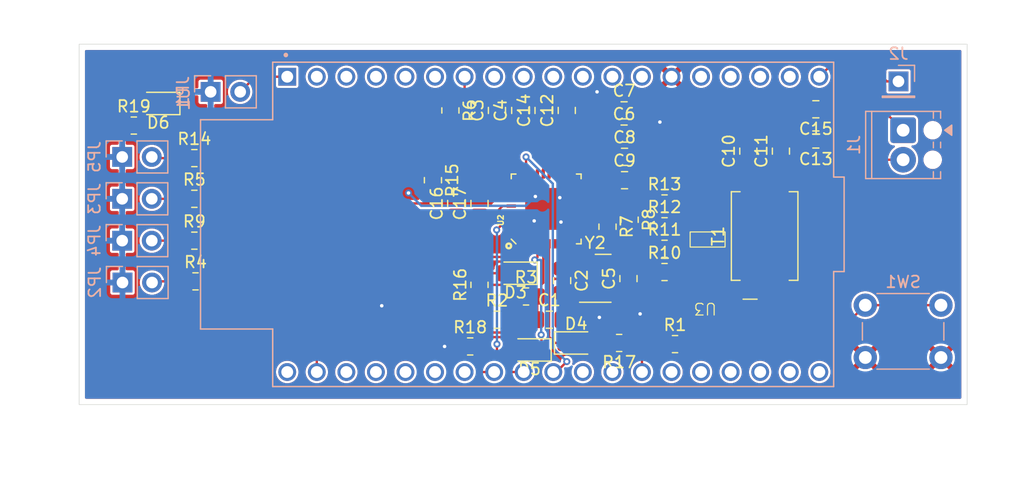
<source format=kicad_pcb>
(kicad_pcb (version 20241229) (generator "pcbnew") (generator_version "9.0")
  (layers (0 "F.Cu" signal) (2 "B.Cu" signal) (13 "F.Paste" user) (15 "B.Paste" user) (5 "F.SilkS" user "F.Silkscreen") (7 "B.SilkS" user "B.Silkscreen") (1 "F.Mask" user) (3 "B.Mask" user) (25 "Edge.Cuts" user))
  (net 0 "")
  (net 1 "GND")
  (net 2 "Net-(U2-~{RESET})")
  (net 3 "Net-(U2-XTAL_I{slash}CLK_IN)")
  (net 4 "Net-(U2-DLDO_1P1)")
  (net 5 "Net-(U2-XTAL_O)")
  (net 6 "Net-(U2-CEXT_2)")
  (net 7 "Net-(U2-CEXT_3)")
  (net 8 "AVDD_H")
  (net 9 "Net-(C10-Pad1)")
  (net 10 "Net-(C11-Pad1)")
  (net 11 "Net-(U3-I{slash}O_2)")
  (net 12 "Net-(D3-A)")
  (net 13 "Net-(D4-A)")
  (net 14 "Net-(D5-A)")
  (net 15 "Net-(D6-A)")
  (net 16 "Net-(JP1-B)")
  (net 17 "SPI_CFG1")
  (net 18 "TX2P4_EN")
  (net 19 "SWPD_EN")
  (net 20 "MS_SEL")
  (net 21 "LED_0")
  (net 22 "LED_1")
  (net 23 "LINK_ST")
  (net 24 "Net-(SW1-A)")
  (net 25 "RESET")
  (net 26 "Net-(U2-TEST1)")
  (net 27 "Net-(U2-TXN)")
  (net 28 "Net-(U2-RXP)")
  (net 29 "Net-(U2-TXP)")
  (net 30 "Net-(U2-RXN)")
  (net 31 "CS")
  (net 44 "MOSI")
  (net 46 "SCLK")
  (net 49 "Net-(J2-Pin_1)")
  (net 56 "MISO")
  (net 64 "INT")
  (net 78 "Net-(U3-I{slash}O_1)")
  (net 79 "Net-(J1-Pin_1)")
  (net 80 "Net-(J1-Pin_2)")
  (net 81 "Net-(JP2-B)")
  (net 82 "Net-(JP3-B)")
  (net 83 "Net-(JP4-B)")
  (net 84 "Net-(JP5-B)")
  (footprint "Resistor_SMD:R_0805_2012Metric_Pad1.20x1.40mm_HandSolder" (layer "F.Cu") (at 144.2 73.3)
    (property "Reference" "R18")
    (property "Value" "1k")
  )
  (footprint "LED_SMD:LED_0805_2012Metric_Pad1.15x1.40mm_HandSolder" (layer "F.Cu") (at 153.3 73)
    (property "Reference" "D4")
    (property "Value" "green")
  )
  (footprint "Resistor_SMD:R_0805_2012Metric_Pad1.20x1.40mm_HandSolder" (layer "F.Cu") (at 160.9 62.96)
    (property "Reference" "R12")
    (property "Value" "5.1k")
  )
  (footprint "Capacitor_SMD:C_0805_2012Metric_Pad1.18x1.45mm_HandSolder" (layer "F.Cu") (at 170.9 56.5 90)
    (property "Reference" "C11")
    (property "Value" "0.22µF, 60V")
  )
  (footprint "Resistor_SMD:R_0805_2012Metric_Pad1.20x1.40mm_HandSolder" (layer "F.Cu") (at 160.9 66.9)
    (property "Reference" "R10")
    (property "Value" "49,9")
  )
  (footprint "Resistor_SMD:R_0805_2012Metric_Pad1.20x1.40mm_HandSolder" (layer "F.Cu") (at 120.5 64.2)
    (property "Reference" "R9")
    (property "Value" "4.7k")
  )
  (footprint "Crystal_SMD_Wurth:Y_Wurth_WE-XTAL_Quartz-CFPX-180" (layer "F.Cu") (at 154.95 67.4375)
    (property "Reference" "Y2")
    (property "Value" "CFPX-180_830105863709" (hide yes))
  )
  (footprint "Capacitor_SMD:C_0805_2012Metric_Pad1.18x1.45mm_HandSolder" (layer "F.Cu") (at 157.425 54.99)
    (property "Reference" "C6")
    (property "Value" "0.1µF")
  )
  (footprint "Capacitor_SMD:C_0805_2012Metric_Pad1.18x1.45mm_HandSolder" (layer "F.Cu") (at 143 61 90)
    (property "Reference" "C16")
    (property "Value" "0.1µF")
  )
  (footprint "Capacitor_SMD:C_0805_2012Metric_Pad1.18x1.45mm_HandSolder" (layer "F.Cu") (at 152.1 67.6375 -90)
    (property "Reference" "C2")
    (property "Value" "15pF")
  )
  (footprint "Capacitor_SMD:C_0805_2012Metric_Pad1.18x1.45mm_HandSolder" (layer "F.Cu") (at 157.4625 56.99)
    (property "Reference" "C8")
    (property "Value" "0.1µF")
  )
  (footprint "Transformer_SMD_Wurth:T_Wurth_WE-SPE_749070010" (layer "F.Cu") (at 169.5 63.8 90)
    (property "Reference" "T1")
    (property "Value" "749070010" (hide yes))
  )
  (footprint "Capacitor_SMD:C_0805_2012Metric_Pad1.18x1.45mm_HandSolder" (layer "F.Cu") (at 173.9 52.9 180)
    (property "Reference" "C15")
    (property "Value" "70pF")
  )
  (footprint "LED_SMD:LED_0805_2012Metric_Pad1.15x1.40mm_HandSolder" (layer "F.Cu") (at 117.4 52.4 180)
    (property "Reference" "D6")
    (property "Value" "green")
  )
  (footprint "Resistor_SMD:R_0805_2012Metric_Pad1.20x1.40mm_HandSolder" (layer "F.Cu") (at 149 69)
    (property "Reference" "R3")
    (property "Value" "10k")
  )
  (footprint "Resistor_SMD:R_0805_2012Metric_Pad1.20x1.40mm_HandSolder" (layer "F.Cu") (at 141 59 -90)
    (property "Reference" "R15")
    (property "Value" "100k")
  )
  (footprint "Capacitor_SMD:C_0805_2012Metric_Pad1.18x1.45mm_HandSolder" (layer "F.Cu") (at 173.9 55.5 180)
    (property "Reference" "C13")
    (property "Value" "70pF")
  )
  (footprint "Resistor_SMD:R_0805_2012Metric_Pad1.20x1.40mm_HandSolder" (layer "F.Cu") (at 120.5 60.6)
    (property "Reference" "R5")
    (property "Value" "4.7k")
  )
  (footprint "Capacitor_SMD:C_0805_2012Metric_Pad1.18x1.45mm_HandSolder" (layer "F.Cu") (at 157.8 67.4625 90)
    (property "Reference" "C5")
    (property "Value" "15pF")
  )
  (footprint "Capacitor_SMD:C_0805_2012Metric_Pad1.18x1.45mm_HandSolder" (layer "F.Cu") (at 150.505 53 90)
    (property "Reference" "C14")
    (property "Value" "10nF")
  )
  (footprint "Capacitor_SMD:C_0805_2012Metric_Pad1.18x1.45mm_HandSolder" (layer "F.Cu") (at 157.425 52.99)
    (property "Reference" "C7")
    (property "Value" "1µF")
  )
  (footprint "Capacitor_SMD:C_0805_2012Metric_Pad1.18x1.45mm_HandSolder" (layer "F.Cu") (at 148.5 53 90)
    (property "Reference" "C4")
    (property "Value" "0.1µF")
  )
  (footprint "Resistor_SMD:R_0805_2012Metric_Pad1.20x1.40mm_HandSolder" (layer "F.Cu") (at 146.5 71)
    (property "Reference" "R2")
    (property "Value" "100k")
  )
  (footprint "Capacitor_SMD:C_0805_2012Metric_Pad1.18x1.45mm_HandSolder" (layer "F.Cu") (at 157.4625 59)
    (property "Reference" "C9")
    (property "Value" "10nF")
  )
  (footprint "Resistor_SMD:R_0805_2012Metric_Pad1.20x1.40mm_HandSolder" (layer "F.Cu") (at 157 73 180)
    (property "Reference" "R17")
    (property "Value" "1k")
  )
  (footprint "Resistor_SMD:R_0805_2012Metric_Pad1.20x1.40mm_HandSolder" (layer "F.Cu") (at 115.3 54.3)
    (property "Reference" "R19")
    (property "Value" "1k")
  )
  (footprint "Resistor_SMD:R_0805_2012Metric_Pad1.20x1.40mm_HandSolder" (layer "F.Cu") (at 120.6 67.7)
    (property "Reference" "R4")
    (property "Value" "4.7k")
  )
  (footprint "Resistor_SMD:R_0805_2012Metric_Pad1.20x1.40mm_HandSolder" (layer "F.Cu") (at 120.5 57.1)
    (property "Reference" "R14")
    (property "Value" "4.7k")
  )
  (footprint "Capacitor_SMD:C_0805_2012Metric_Pad1.18x1.45mm_HandSolder" (layer "F.Cu") (at 145 61 90)
    (property "Reference" "C17")
    (property "Value" "10nF")
  )
  (footprint "LED_SMD:LED_0805_2012Metric_Pad1.15x1.40mm_HandSolder" (layer "F.Cu") (at 148.1 67 180)
    (property "Reference" "D3")
    (property "Value" "green")
  )
  (footprint "TVS_Diode:TVS_Diode_8240136" (layer "F.Cu") (at 164.6 64.1 180)
    (property "Reference" "U3")
    (property "Value" "TVS_Diode_8240136")
  )
  (footprint "Resistor_SMD:R_0805_2012Metric_Pad1.20x1.40mm_HandSolder" (layer "F.Cu") (at 160.9 61)
    (property "Reference" "R13")
    (property "Value" "49,9")
  )
  (footprint "Resistor_SMD:R_0805_2012Metric_Pad1.20x1.40mm_HandSolder" (layer "F.Cu") (at 156 63 -90)
    (property "Reference" "R7")
    (property "Value" "10.2k")
  )
  (footprint "Capacitor_SMD:C_0805_2012Metric_Pad1.18x1.45mm_HandSolder" (layer "F.Cu") (at 168.1 56.5 90)
    (property "Reference" "C10")
    (property "Value" "0.22µF, 60V")
  )
  (footprint "Capacitor_SMD:C_0805_2012Metric_Pad1.18x1.45mm_HandSolder" (layer "F.Cu") (at 152.5 53 90)
    (property "Reference" "C12")
    (property "Value" "0.1µF")
  )
  (footprint "Capacitor_SMD:C_0805_2012Metric_Pad1.18x1.45mm_HandSolder" (layer "F.Cu") (at 146.5 53 90)
    (property "Reference" "C3")
    (property "Value" "0.68µF")
  )
  (footprint "Resistor_SMD:R_0805_2012Metric_Pad1.20x1.40mm_HandSolder" (layer "F.Cu") (at 157.9 62.4 -90)
    (property "Reference" "R8")
    (property "Value" "10.2k")
  )
  (footprint "LED_SMD:LED_0805_2012Metric_Pad1.15x1.40mm_HandSolder" (layer "F.Cu") (at 149.3 73.6 180)
    (property "Reference" "D5")
    (property "Value" "green")
  )
  (footprint "Resistor_SMD:R_0805_2012Metric_Pad1.20x1.40mm_HandSolder" (layer "F.Cu") (at 142.5 53 -90)
    (property "Reference" "R6")
    (property "Value" "1.5k")
  )
  (footprint "Resistor_SMD:R_0805_2012Metric_Pad1.20x1.40mm_HandSolder" (layer "F.Cu") (at 145 68 90)
    (property "Reference" "R16")
    (property "Value" "1k")
  )
  (footprint "Resistor_SMD:R_0805_2012Metric_Pad1.20x1.40mm_HandSolder" (layer "F.Cu") (at 160.9 64.9)
    (property "Reference" "R11")
    (property "Value" "5.1k")
  )
  (footprint "Capacitor_SMD:C_0805_2012Metric_Pad1.18x1.45mm_HandSolder" (layer "F.Cu") (at 151 71)
    (property "Reference" "C1")
    (property "Value" "0.1µF")
  )
  (footprint "ADIN1110:LFCSP-40" (layer "F.Cu") (at 150.73 61.47 90)
    (property "Reference" "U2")
    (property "Value" "ADIN1110")
  )
  (footprint "Resistor_SMD:R_0805_2012Metric_Pad1.20x1.40mm_HandSolder" (layer "F.Cu") (at 161.8 73.1)
    (property "Reference" "R1")
    (property "Value" "100")
  )
  (footprint "Connector_PinHeader_2.54mm:PinHeader_1x02_P2.54mm_Vertical" (layer "B.Cu") (at 121.9 51.4 -90)
    (property "Reference" "JP1")
    (property "Value" "Jumper 3.3V PWR")
  )
  (footprint "Button_Switch_THT:SW_PUSH_6mm" (layer "B.Cu") (at 184.65 69.75 180)
    (property "Reference" "SW1")
    (property "Value" "RESET")
  )
  (footprint "Connector_PinHeader_2.54mm:PinHeader_1x02_P2.54mm_Vertical" (layer "B.Cu") (at 114.325 67.8 -90)
    (property "Reference" "JP2")
    (property "Value" "Generic SPI")
  )
  (footprint "Connector_PinHeader_2.54mm:PinHeader_1x01_P2.54mm_Vertical" (layer "B.Cu") (at 181 50.5 180)
    (property "Reference" "J2")
    (property "Value" "Conn_01x01_Pin")
  )
  (footprint "Connector_PinHeader_2.54mm:PinHeader_1x02_P2.54mm_Vertical" (layer "B.Cu") (at 114.3 60.6 -90)
    (property "Reference" "JP3")
    (property "Value" "TX2P4_EN")
  )
  (footprint "DEVKIT_V1_ESP32-WROOM-32:MODULE_DEVKIT_V1_ESP32-WROOM-32" (layer "B.Cu") (at 151.33 62.8 -90)
    (property "Reference" "U1")
    (property "Value" "DEVKIT_V1_ESP32-WROOM-32")
  )
  (footprint "TerminalBlock_Phoenix:TerminalBlock_Phoenix_MPT-0,5-2-2.54_1x02_P2.54mm_Horizontal" (layer "B.Cu") (at 181.4 54.7 -90)
    (property "Reference" "J1")
    (property "Value" "Screw_Terminal_01x02")
  )
  (footprint "Connector_PinHeader_2.54mm:PinHeader_1x02_P2.54mm_Vertical" (layer "B.Cu") (at 114.3 64.2 -90)
    (property "Reference" "JP4")
    (property "Value" "SWPD_EN")
  )
  (footprint "Connector_PinHeader_2.54mm:PinHeader_1x02_P2.54mm_Vertical" (layer "B.Cu") (at 114.3 57 -90)
    (property "Reference" "JP5")
    (property "Value" "MS_SEL")
  )
  (gr_rect (start 110.6 47.3) (end 186.9 78.3) (stroke (width 0.05)) (fill no) (layer "Edge.Cuts"))
  (segment (start 155.8 66.7) (end 154.1 68.4) (width 0.2) (layer "F.Cu") (net 1))
  (segment (start 148.53 51.9925) (end 148.5 51.9625) (width 0.2) (layer "F.Cu") (net 1))
  (segment (start 150.9875 51.51) (end 150.505 51.9925) (width 0.2) (layer "F.Cu") (net 1))
  (segment (start 150.7 61.47) (end 150.73 61.47) (width 0.2) (layer "F.Cu") (net 1))
  (segment (start 155.8 66.3375) (end 155.8 66.7) (width 0.2) (layer "F.Cu") (net 1))
  (segment (start 150.93 61.47) (end 151.9 60.5) (width 0.2) (layer "F.Cu") (net 1))
  (segment (start 150.73 61.47) (end 150.93 61.47) (width 0.2) (layer "F.Cu") (net 1))
  (segment (start 150.87 61.47) (end 152 62.6) (width 0.2) (layer "F.Cu") (net 1))
  (segment (start 154.1 68.5375) (end 154.1 68.4375) (width 0.2) (layer "F.Cu") (net 1))
  (segment (start 155.8 66.7375) (end 155.8 66.3375) (width 0.2) (layer "F.Cu") (net 1))
  (segment (start 150.73 61.47) (end 149.7 62.5) (width 0.2) (layer "F.Cu") (net 1))
  (segment (start 154.1 68.4) (end 154.1 68.5375) (width 0.2) (layer "F.Cu") (net 1))
  (segment (start 150.73 61.47) (end 150.87 61.47) (width 0.2) (layer "F.Cu") (net 1))
  (via (at 160.5 54) (size 0.6) (drill 0.3) (layers "F.Cu" "B.Cu") (net 1))
  (via (at 138.9 60.1) (size 0.6) (drill 0.3) (layers "F.Cu" "B.Cu") (net 1))
  (via (at 149.7 62.5) (size 0.6) (drill 0.3) (layers "F.Cu" "B.Cu") (net 1))
  (via (at 149.8 60.4) (size 0.6) (drill 0.3) (layers "F.Cu" "B.Cu") (net 1))
  (via (at 152 62.6) (size 0.6) (drill 0.3) (layers "F.Cu" "B.Cu") (net 1))
  (via (at 155.3 70.8) (size 0.6) (drill 0.3) (layers "F.Cu" "B.Cu") (net 1))
  (via (at 136.6 69.8) (size 0.6) (drill 0.3) (layers "F.Cu" "B.Cu") (net 1))
  (via (at 151.9 60.5) (size 0.6) (drill 0.3) (layers "F.Cu" "B.Cu") (net 1))
  (segment (start 153.1 48.4) (end 157.2 48.4) (width 0.2) (layer "B.Cu") (net 1))
  (segment (start 149.8 60.4) (end 149 61.2) (width 0.2) (layer "B.Cu") (net 1))
  (segment (start 140 61.2) (end 138.9 60.1) (width 0.2) (layer "B.Cu") (net 1))
  (segment (start 152 67.5) (end 155.3 70.8) (width 0.2) (layer "B.Cu") (net 1))
  (segment (start 149.7 62.5) (end 143.9 62.5) (width 0.2) (layer "B.Cu") (net 1))
  (segment (start 152 62.6) (end 152 67.5) (width 0.2) (layer "B.Cu") (net 1))
  (segment (start 152.6 59.8) (end 152.6 48.9) (width 0.2) (layer "B.Cu") (net 1))
  (segment (start 152.6 48.9) (end 153.1 48.4) (width 0.2) (layer "B.Cu") (net 1))
  (segment (start 149 61.2) (end 140 61.2) (width 0.2) (layer "B.Cu") (net 1))
  (segment (start 157.7 48.9) (end 157.7 51.2) (width 0.2) (layer "B.Cu") (net 1))
  (segment (start 143.9 62.5) (end 136.6 69.8) (width 0.2) (layer "B.Cu") (net 1))
  (segment (start 157.7 51.2) (end 160.5 54) (width 0.2) (layer "B.Cu") (net 1))
  (segment (start 151.9 60.5) (end 152.6 59.8) (width 0.2) (layer "B.Cu") (net 1))
  (segment (start 157.2 48.4) (end 157.7 48.9) (width 0.2) (layer "B.Cu") (net 1))
  (segment (start 149.9625 71) (end 149.9625 69.0375) (width 0.2) (layer "F.Cu") (net 2))
  (segment (start 150.3 68.7) (end 150.3 68) (width 0.2) (layer "F.Cu") (net 2))
  (segment (start 150 69) (end 150.3 68.7) (width 0.2) (layer "F.Cu") (net 2))
  (segment (start 150.48 67.82) (end 150.48 64.47) (width 0.2) (layer "F.Cu") (net 2))
  (segment (start 149.9625 69.0375) (end 150 69) (width 0.2) (layer "F.Cu") (net 2))
  (segment (start 150.3 68) (end 150.48 67.82) (width 0.2) (layer "F.Cu") (net 2))
  (segment (start 152.3625 66.3375) (end 152.1 66.6) (width 0.2) (layer "F.Cu") (net 3))
  (segment (start 151.98 66.48) (end 151.98 64.47) (width 0.2) (layer "F.Cu") (net 3))
  (segment (start 152.1 66.6) (end 151.98 66.48) (width 0.2) (layer "F.Cu") (net 3))
  (segment (start 154.1 66.3375) (end 152.3625 66.3375) (width 0.2) (layer "F.Cu") (net 3))
  (segment (start 150.5 55.5) (end 147 55.5) (width 0.2) (layer "F.Cu") (net 4))
  (segment (start 149 55) (end 151 55) (width 0.2) (layer "F.Cu") (net 4))
  (segment (start 151.48 58.47) (end 151.48 56.48) (width 0.2) (layer "F.Cu") (net 4))
  (segment (start 146.5 54.0375) (end 148.5 54.0375) (width 0.2) (layer "F.Cu") (net 4))
  (segment (start 151.48 56.48) (end 150.5 55.5) (width 0.2) (layer "F.Cu") (net 4))
  (segment (start 148.5 54.5) (end 149 55) (width 0.2) (layer "F.Cu") (net 4))
  (segment (start 148.5 54.0375) (end 148.5 54.5) (width 0.2) (layer "F.Cu") (net 4))
  (segment (start 146.5 54.0375) (end 146.5 55) (width 0.2) (layer "F.Cu") (net 4))
  (segment (start 151.98 58.47) (end 151.98 55.98) (width 0.2) (layer "F.Cu") (net 4))
  (segment (start 146.5 55) (end 147 55.5) (width 0.2) (layer "F.Cu") (net 4))
  (segment (start 151.98 55.98) (end 151 55) (width 0.2) (layer "F.Cu") (net 4))
  (segment (start 156.4 67.5) (end 156 67.5) (width 0.2) (layer "F.Cu") (net 5))
  (segment (start 152.48 64.47) (end 152.48 64.98) (width 0.2) (layer "F.Cu") (net 5))
  (segment (start 156 67.5) (end 155.8 67.7) (width 0.2) (layer "F.Cu") (net 5))
  (segment (start 155.8 68.5375) (end 157.8 68.5375) (width 0.2) (layer "F.Cu") (net 5))
  (segment (start 156.4 65.2) (end 156.7 65.5) (width 0.2) (layer "F.Cu") (net 5))
  (segment (start 156.7 67.2) (end 156.4 67.5) (width 0.2) (layer "F.Cu") (net 5))
  (segment (start 156.7 65.5) (end 156.7 67.2) (width 0.2) (layer "F.Cu") (net 5))
  (segment (start 155.8 67.7) (end 155.8 68.5375) (width 0.2) (layer "F.Cu") (net 5))
  (segment (start 152.7 65.2) (end 156.4 65.2) (width 0.2) (layer "F.Cu") (net 5))
  (segment (start 152.48 64.98) (end 152.7 65.2) (width 0.2) (layer "F.Cu") (net 5))
  (segment (start 154.28 59.72) (end 154.5 59.5) (width 0.2) (layer "F.Cu") (net 6))
  (segment (start 154.5 59.5) (end 154.5 55.6) (width 0.2) (layer "F.Cu") (net 6))
  (segment (start 153.73 59.72) (end 154.28 59.72) (width 0.2) (layer "F.Cu") (net 6))
  (segment (start 155.11 54.99) (end 156.3875 54.99) (width 0.2) (layer "F.Cu") (net 6))
  (segment (start 154.5 55.6) (end 155.11 54.99) (width 0.2) (layer "F.Cu") (net 6))
  (segment (start 153.73 55.6475) (end 156.3875 52.99) (width 0.2) (layer "F.Cu") (net 7))
  (segment (start 153.73 59.22) (end 153.73 55.6475) (width 0.2) (layer "F.Cu") (net 7))
  (segment (start 145.5 69.5) (end 145 69) (width 0.2) (layer "F.Cu") (net 8))
  (segment (start 115.81384 51.4) (end 114.3 52.91384) (width 0.2) (layer "F.Cu") (net 8))
  (segment (start 155.1 51.4) (end 156.9 51.4) (width 0.2) (layer "F.Cu") (net 8))
  (segment (start 121.9 51.4) (end 121.9 53.1) (width 0.2) (layer "F.Cu") (net 8))
  (segment (start 121.9 53.1) (end 122.4 53.6) (width 0.2) (layer "F.Cu") (net 8))
  (segment (start 122.4 53.6) (end 138.5 53.6) (width 0.2) (layer "F.Cu") (net 8))
  (segment (start 138.5 53.6) (end 140.1 52) (width 0.2) (layer "F.Cu") (net 8))
  (segment (start 147.73 61.22) (end 146.98 61.22) (width 0.2) (layer "F.Cu") (net 8))
  (segment (start 156.425 56.99) (end 156.425 59) (width 0.2) (layer "F.Cu") (net 8))
  (segment (start 157.31 56.99) (end 156.425 56.99) (width 0.2) (layer "F.Cu") (net 8))
  (segment (start 154.0625 54.0375) (end 152.5 54.0375) (width 0.2) (layer "F.Cu") (net 8))
  (segment (start 114.3 67.775) (end 114.325 67.8) (width 0.2) (layer "F.Cu") (net 8))
  (segment (start 142.5 49.2) (end 143.1 48.6) (width 0.2) (layer "F.Cu") (net 8))
  (segment (start 155 60.0943) (end 154.3743 60.72) (width 0.2) (layer "F.Cu") (net 8))
  (segment (start 168.9 65.2) (end 165.55 65.2) (width 0.2) (layer "F.Cu") (net 8))
  (segment (start 145.5 71) (end 145.5 69.5) (width 0.2) (layer "F.Cu") (net 8))
  (segment (start 169.4 69.1) (end 169.4 65.7) (width 0.2) (layer "F.Cu") (net 8))
  (segment (start 156.425 59.875) (end 156.425 59) (width 0.2) (layer "F.Cu") (net 8))
  (segment (start 155.5 60.2) (end 156.1 60.2) (width 0.2) (layer "F.Cu") (net 8))
  (segment (start 114.3 65.9) (end 114.3 67.775) (width 0.2) (layer "F.Cu") (net 8))
  (segment (start 154.3743 60.72) (end 153.73 60.72) (width 0.2) (layer "F.Cu") (net 8))
  (segment (start 154.48 61.22) (end 155.5 60.2) (width 0.2) (layer "F.Cu") (net 8))
  (segment (start 169.4 65.7) (end 168.9 65.2) (width 0.2) (layer "F.Cu") (net 8))
  (segment (start 159.7 69.6) (end 168.9 69.6) (width 0.2) (layer "F.Cu") (net 8))
  (segment (start 143.2 73.3) (end 142 73.3) (width 0.2) (layer "F.Cu") (net 8))
  (segment (start 152.48 53.8925) (end 152.48 58.47) (width 0.2) (layer "F.Cu") (net 8))
  (segment (start 121.9 51.4) (end 115.81384 51.4) (width 0.2) (layer "F.Cu") (net 8))
  (segment (start 143 62.0375) (end 125.5296 62.0375) (width 0.2) (layer "F.Cu") (net 8))
  (segment (start 146.98 61.22) (end 146.1625 62.0375) (width 0.2) (layer "F.Cu") (net 8))
  (segment (start 155.1 51.4) (end 155.1 53) (width 0.2) (layer "F.Cu") (net 8))
  (segment (start 156.1 60.2) (end 156.425 59.875) (width 0.2) (layer "F.Cu") (net 8))
  (segment (start 158.8 70.5) (end 159.7 69.6) (width 0.2) (layer "F.Cu") (net 8))
  (segment (start 152.7875 53.585) (end 152.48 53.8925) (width 0.2) (layer "F.Cu") (net 8))
  (segment (start 143.2 73.3) (end 143.2 72.28094) (width 0.2) (layer "F.Cu") (net 8))
  (segment (start 155.51 56.99) (end 155 57.5) (width 0.2) (layer "F.Cu") (net 8))
  (segment (start 153.73 61.22) (end 154.48 61.22) (width 0.2) (layer "F.Cu") (net 8))
  (segment (start 155 57.5) (end 155 60.0943) (width 0.2) (layer "F.Cu") (net 8))
  (segment (start 168.9 69.6) (end 169.4 69.1) (width 0.2) (layer "F.Cu") (net 8))
  (segment (start 142.5 52) (end 142.5 49.2) (width 0.2) (layer "F.Cu") (net 8))
  (segment (start 143.2 72.28094) (end 144.48094 71) (width 0.2) (layer "F.Cu") (net 8))
  (segment (start 157.5 56.8) (end 157.31 56.99) (width 0.2) (layer "F.Cu") (net 8))
  (segment (start 114.3 52.91384) (end 114.3 54.3) (width 0.2) (layer "F.Cu") (net 8))
  (segment (start 156.425 56.99) (end 155.51 56.99) (width 0.2) (layer "F.Cu") (net 8))
  (segment (start 114.3 54.3) (end 114.3 65.9) (width 0.2) (layer "F.Cu") (net 8))
  (segment (start 144.48094 71) (end 145.5 71) (width 0.2) (layer "F.Cu") (net 8))
  (segment (start 150.505 54.0675) (end 152.305 54.0675) (width 0.2) (layer "F.Cu") (net 8))
  (segment (start 143 62.0375) (end 145 62.0375) (width 0.2) (layer "F.Cu") (net 8))
  (segment (start 152.305 54.0675) (end 152.7875 53.585) (width 0.2) (layer "F.Cu") (net 8))
  (segment (start 155.1 53) (end 154.0625 54.0375) (width 0.2) (layer "F.Cu") (net 8))
  (segment (start 125.5296 62.0375) (end 121.6671 65.9) (width 0.2) (layer "F.Cu") (net 8))
  (segment (start 140.1 52) (end 142.5 52) (width 0.2) (layer "F.Cu") (net 8))
  (segment (start 146.1625 62.0375) (end 145 62.0375) (width 0.2) (layer "F.Cu") (net 8))
  (segment (start 143.1 48.6) (end 154.5 48.6) (width 0.2) (layer "F.Cu") (net 8))
  (segment (start 154.5 48.6) (end 155.1 49.2) (width 0.2) (layer "F.Cu") (net 8))
  (segment (start 121.6671 65.9) (end 114.3 65.9) (width 0.2) (layer "F.Cu") (net 8))
  (segment (start 157.5 52) (end 157.5 56.8) (width 0.2) (layer "F.Cu") (net 8))
  (segment (start 155.1 49.2) (end 155.1 51.4) (width 0.2) (layer "F.Cu") (net 8))
  (segment (start 158 73) (end 158 71.3) (width 0.2) (layer "F.Cu") (net 8))
  (segment (start 156.9 51.4) (end 157.5 52) (width 0.2) (layer "F.Cu") (net 8))
  (segment (start 158 71.3) (end 158.8 70.5) (width 0.2) (layer "F.Cu") (net 8))
  (via (at 155.1 51.4) (size 0.6) (drill 0.3) (layers "F.Cu" "B.Cu") (net 8))
  (via (at 158.8 70.5) (size 0.6) (drill 0.3) (layers "F.Cu" "B.Cu") (net 8))
  (via (at 142 73.3) (size 0.6) (drill 0.3) (layers "F.Cu" "B.Cu") (net 8))
  (segment (start 155.1 66.8) (end 155.1 51.4) (width 0.2) (layer "B.Cu") (net 8))
  (segment (start 158.8 70.5) (end 155.1 66.8) (width 0.2) (layer "B.Cu") (net 8))
  (segment (start 168.25 57.6875) (end 168.1 57.5375) (width 0.2) (layer "F.Cu") (net 9))
  (segment (start 168.25 60.125) (end 168.25 57.6875) (width 0.2) (layer "F.Cu") (net 9))
  (segment (start 170.75 57.6875) (end 170.9 57.5375) (width 0.2) (layer "F.Cu") (net 10))
  (segment (start 170.75 60.125) (end 170.75 57.6875) (width 0.2) (layer "F.Cu") (net 10))
  (segment (start 162.4 65.2) (end 162.1 64.9) (width 0.2) (layer "F.Cu") (net 11))
  (segment (start 161.9 66.9) (end 161.9 64.9) (width 0.2) (layer "F.Cu") (net 11))
  (segment (start 164.175 67.475) (end 163.65 66.95) (width 0.2) (layer "F.Cu") (net 11))
  (segment (start 163.65 66.95) (end 163.65 65.2) (width 0.2) (layer "F.Cu") (net 11))
  (segment (start 163.65 65.2) (end 162.4 65.2) (width 0.2) (layer "F.Cu") (net 11))
  (segment (start 162.1 64.9) (end 161.9 64.9) (width 0.2) (layer "F.Cu") (net 11))
  (segment (start 168.25 67.475) (end 164.175 67.475) (width 0.2) (layer "F.Cu") (net 11))
  (segment (start 145 67) (end 147.075 67) (width 0.2) (layer "F.Cu") (net 12))
  (segment (start 154.325 73) (end 156 73) (width 0.2) (layer "F.Cu") (net 13))
  (segment (start 147.175 72.5) (end 148.275 73.6) (width 0.2) (layer "F.Cu") (net 14))
  (segment (start 145.2 73.3) (end 146 72.5) (width 0.2) (layer "F.Cu") (net 14))
  (segment (start 146 72.5) (end 147.175 72.5) (width 0.2) (layer "F.Cu") (net 14))
  (segment (start 116.375 54.225) (end 116.3 54.3) (width 0.2) (layer "F.Cu") (net 15))
  (segment (start 116.375 52.4) (end 116.375 54.225) (width 0.2) (layer "F.Cu") (net 15))
  (segment (start 125.74 50.1) (end 128.48 50.1) (width 0.2) (layer "F.Cu") (net 16))
  (segment (start 124.44 51.4) (end 125.74 50.1) (width 0.2) (layer "F.Cu") (net 16))
  (segment (start 128.535 50.045) (end 128.48 50.1) (width 0.2) (layer "F.Cu") (net 16))
  (segment (start 124.5 64.1) (end 124.8 63.8) (width 0.2) (layer "F.Cu") (net 17))
  (segment (start 121.6 67.7) (end 122.6 67.7) (width 0.2) (layer "F.Cu") (net 17))
  (segment (start 146.68 62.22) (end 145.7 63.2) (width 0.2) (layer "F.Cu") (net 17))
  (segment (start 125.4 63.2) (end 145.7 63.2) (width 0.2) (layer "F.Cu") (net 17))
  (segment (start 123.5 66.8) (end 124.5 65.8) (width 0.2) (layer "F.Cu") (net 17))
  (segment (start 124.5 64.4) (end 124.5 64.1) (width 0.2) (layer "F.Cu") (net 17))
  (segment (start 147.73 62.22) (end 146.68 62.22) (width 0.2) (layer "F.Cu") (net 17))
  (segment (start 124.8 63.8) (end 125.4 63.2) (width 0.2) (layer "F.Cu") (net 17))
  (segment (start 124.5 65.8) (end 124.5 64.4) (width 0.2) (layer "F.Cu") (net 17))
  (segment (start 122.6 67.7) (end 123.5 66.8) (width 0.2) (layer "F.Cu") (net 17))
  (segment (start 146.5 59) (end 146.72 59.22) (width 0.2) (layer "F.Cu") (net 18))
  (segment (start 124.5 59) (end 146.5 59) (width 0.2) (layer "F.Cu") (net 18))
  (segment (start 121.5 60.6) (end 122.9 60.6) (width 0.2) (layer "F.Cu") (net 18))
  (segment (start 122.9 60.6) (end 124.5 59) (width 0.2) (layer "F.Cu") (net 18))
  (segment (start 146.72 59.22) (end 147.73 59.22) (width 0.2) (layer "F.Cu") (net 18))
  (segment (start 126 61) (end 146 61) (width 0.2) (layer "F.Cu") (net 19))
  (segment (start 121.5 64.2) (end 122.8 64.2) (width 0.2) (layer "F.Cu") (net 19))
  (segment (start 146 61) (end 146.78 60.22) (width 0.2) (layer "F.Cu") (net 19))
  (segment (start 122.8 64.2) (end 126 61) (width 0.2) (layer "F.Cu") (net 19))
  (segment (start 146.78 60.22) (end 147.73 60.22) (width 0.2) (layer "F.Cu") (net 19))
  (segment (start 136.5 57.1) (end 137.4 58) (width 0.2) (layer "F.Cu") (net 20))
  (segment (start 121.5 57.1) (end 136.5 57.1) (width 0.2) (layer "F.Cu") (net 20))
  (segment (start 137.4 58) (end 141 58) (width 0.2) (layer "F.Cu") (net 20))
  (segment (start 147.57 58.47) (end 148.48 58.47) (width 0.2) (layer "F.Cu") (net 20))
  (segment (start 147.1 58) (end 147.57 58.47) (width 0.2) (layer "F.Cu") (net 20))
  (segment (start 141 58) (end 147.1 58) (width 0.2) (layer "F.Cu") (net 20))
  (segment (start 149.3 65.2943) (end 149.48 65.1143) (width 0.2) (layer "F.Cu") (net 21))
  (segment (start 149.145765 66) (end 149.145765 65.606964) (width 0.2) (layer "F.Cu") (net 21))
  (segment (start 149.3 65.452729) (end 149.3 65.2943) (width 0.2) (layer "F.Cu") (net 21))
  (segment (start 149.125 67) (end 149.3 66.825) (width 0.2) (layer "F.Cu") (net 21))
  (segment (start 149.145765 66) (end 149.125 66.020765) (width 0.2) (layer "F.Cu") (net 21))
  (segment (start 149.48 65.1143) (end 149.48 64.47) (width 0.2) (layer "F.Cu") (net 21))
  (segment (start 149.145765 66.10485) (end 149.145765 66) (width 0.2) (layer "F.Cu") (net 21))
  (segment (start 149.125 66.020765) (end 149.125 67) (width 0.2) (layer "F.Cu") (net 21))
  (segment (start 149.145765 65.606964) (end 149.3 65.452729) (width 0.2) (layer "F.Cu") (net 21))
  (segment (start 150.98 64.47) (end 150.98 72.08) (width 0.2) (layer "F.Cu") (net 22))
  (segment (start 150.98 72.48) (end 150.98 72.08) (width 0.2) (layer "F.Cu") (net 22))
  (segment (start 151.5 73) (end 150.98 72.48) (width 0.2) (layer "F.Cu") (net 22))
  (segment (start 152.5 73) (end 152.275 73) (width 0.2) (layer "F.Cu") (net 22))
  (segment (start 152.275 73) (end 151.5 73) (width 0.2) (layer "F.Cu") (net 22))
  (segment (start 149.746765 65.855907) (end 149.98 65.622672) (width 0.2) (layer "F.Cu") (net 23))
  (segment (start 150.325 73.6) (end 150.325 72.325) (width 0.2) (layer "F.Cu") (net 23))
  (segment (start 149.98 65.622672) (end 149.98 64.47) (width 0.2) (layer "F.Cu") (net 23))
  (segment (start 150.325 72.325) (end 150.3 72.3) (width 0.2) (layer "F.Cu") (net 23))
  (via (at 150.3 72.3) (size 0.6) (drill 0.3) (layers "F.Cu" "B.Cu") (net 23))
  (via (at 149.746765 65.855907) (size 0.6) (drill 0.3) (layers "F.Cu" "B.Cu") (net 23))
  (segment (start 149.746765 65.855907) (end 150.249105 65.855907) (width 0.2) (layer "B.Cu") (net 23))
  (segment (start 150.3 65.906802) (end 150.3 72.3) (width 0.2) (layer "B.Cu") (net 23))
  (segment (start 150.249105 65.855907) (end 150.3 65.906802) (width 0.2) (layer "B.Cu") (net 23))
  (segment (start 139.8 68.4) (end 140.2 68) (width 0.2) (layer "F.Cu") (net 24))
  (segment (start 159.7 76.8) (end 140.7 76.8) (width 0.2) (layer "F.Cu") (net 24))
  (segment (start 162.8 73.1) (end 164.4 71.5) (width 0.2) (layer "F.Cu") (net 24))
  (segment (start 160.2 76.3) (end 159.7 76.8) (width 0.2) (layer "F.Cu") (net 24))
  (segment (start 161.1 74.3) (end 160.9 74.5) (width 0.2) (layer "F.Cu") (net 24))
  (segment (start 176.4 71.5) (end 178.15 69.75) (width 0.2) (layer "F.Cu") (net 24))
  (segment (start 147 68) (end 148 69) (width 0.2) (layer "F.Cu") (net 24))
  (segment (start 139.8 75.9) (end 139.8 68.4) (width 0.2) (layer "F.Cu") (net 24))
  (segment (start 147.5 71) (end 147.5 69.5) (width 0.2) (layer "F.Cu") (net 24))
  (segment (start 178.15 69.75) (end 184.65 69.75) (width 0.2) (layer "F.Cu") (net 24))
  (segment (start 160.9 74.5) (end 160.5 74.5) (width 0.2) (layer "F.Cu") (net 24))
  (segment (start 140.2 68) (end 147 68) (width 0.2) (layer "F.Cu") (net 24))
  (segment (start 160.5 74.5) (end 160.2 74.8) (width 0.2) (layer "F.Cu") (net 24))
  (segment (start 162.8 73.1) (end 161.6 74.3) (width 0.2) (layer "F.Cu") (net 24))
  (segment (start 160.2 74.8) (end 160.2 76.3) (width 0.2) (layer "F.Cu") (net 24))
  (segment (start 140.7 76.8) (end 139.8 75.9) (width 0.2) (layer "F.Cu") (net 24))
  (segment (start 147.5 69.5) (end 148 69) (width 0.2) (layer "F.Cu") (net 24))
  (segment (start 161.6 74.3) (end 161.1 74.3) (width 0.2) (layer "F.Cu") (net 24))
  (segment (start 164.4 71.5) (end 176.4 71.5) (width 0.2) (layer "F.Cu") (net 24))
  (segment (start 159.8 73.1) (end 160.8 73.1) (width 0.2) (layer "F.Cu") (net 25))
  (segment (start 158.96 73.94) (end 159.8 73.1) (width 0.2) (layer "F.Cu") (net 25))
  (segment (start 159.1 75.36) (end 158.96 75.5) (width 0.2) (layer "F.Cu") (net 25))
  (segment (start 158.96 75.5) (end 158.96 73.94) (width 0.2) (layer "F.Cu") (net 25))
  (segment (start 150.48 57.48) (end 150.48 58.47) (width 0.2) (layer "F.Cu") (net 26))
  (segment (start 142.5 54) (end 143.5 54) (width 0.2) (layer "F.Cu") (net 26))
  (segment (start 149.302 56.302) (end 150.48 57.48) (width 0.2) (layer "F.Cu") (net 26))
  (segment (start 143.5 54) (end 144.099 54.599) (width 0.2) (layer "F.Cu") (net 26))
  (segment (start 146.2668 55.901) (end 146.6678 56.302) (width 0.2) (layer "F.Cu") (net 26))
  (segment (start 144.099 55.6661) (end 144.3339 55.901) (width 0.2) (layer "F.Cu") (net 26))
  (segment (start 146.6678 56.302) (end 149.302 56.302) (width 0.2) (layer "F.Cu") (net 26))
  (segment (start 144.099 54.599) (end 144.099 55.6661) (width 0.2) (layer "F.Cu") (net 26))
  (segment (start 142.5 54) (end 143 54.5) (width 0.2) (layer "F.Cu") (net 26))
  (segment (start 144.3339 55.901) (end 146.2668 55.901) (width 0.2) (layer "F.Cu") (net 26))
  (segment (start 158.6 65.4) (end 158.3 65.4) (width 0.2) (layer "F.Cu") (net 27))
  (segment (start 158.3 65.4) (end 156.9 64) (width 0.2) (layer "F.Cu") (net 27))
  (segment (start 156.9 64) (end 156 64) (width 0.2) (layer "F.Cu") (net 27))
  (segment (start 156 64) (end 155.0872 64) (width 0.2) (layer "F.Cu") (net 27))
  (segment (start 159.9 66.9) (end 159.9 67) (width 0.2) (layer "F.Cu") (net 27))
  (segment (start 158.8 65.6) (end 158.6 65.4) (width 0.2) (layer "F.Cu") (net 27))
  (segment (start 154.3072 63.22) (end 153.73 63.22) (width 0.2) (layer "F.Cu") (net 27))
  (segment (start 158.8 65.8) (end 158.8 65.6) (width 0.2) (layer "F.Cu") (net 27))
  (segment (start 155.0872 64) (end 154.3072 63.22) (width 0.2) (layer "F.Cu") (net 27))
  (segment (start 159.9 66.9) (end 158.8 65.8) (width 0.2) (layer "F.Cu") (net 27))
  (segment (start 159.9 62.96) (end 159.16 62.96) (width 0.2) (layer "F.Cu") (net 28))
  (segment (start 159.16 62.96) (end 158.6 62.4) (width 0.2) (layer "F.Cu") (net 28))
  (segment (start 156 62) (end 156.4 62.4) (width 0.2) (layer "F.Cu") (net 28))
  (segment (start 156 62) (end 155.78 62.22) (width 0.2) (layer "F.Cu") (net 28))
  (segment (start 156.4 62.4) (end 158.6 62.4) (width 0.2) (layer "F.Cu") (net 28))
  (segment (start 155.78 62.22) (end 153.73 62.22) (width 0.2) (layer "F.Cu") (net 28))
  (segment (start 157.9 61.4) (end 159.5 61.4) (width 0.2) (layer "F.Cu") (net 29))
  (segment (start 157.4 60.9) (end 155.3671 60.9) (width 0.2) (layer "F.Cu") (net 29))
  (segment (start 157.9 61.4) (end 157.4 60.9) (width 0.2) (layer "F.Cu") (net 29))
  (segment (start 155.3671 60.9) (end 154.5471 61.72) (width 0.2) (layer "F.Cu") (net 29))
  (segment (start 159.5 61.4) (end 159.9 61) (width 0.2) (layer "F.Cu") (net 29))
  (segment (start 154.5471 61.72) (end 153.73 61.72) (width 0.2) (layer "F.Cu") (net 29))
  (segment (start 157.9 64.4) (end 158.5 65) (width 0.2) (layer "F.Cu") (net 30))
  (segment (start 157.9 63.4) (end 157.4 62.9) (width 0.2) (layer "F.Cu") (net 30))
  (segment (start 159.8 65) (end 159.9 64.9) (width 0.2) (layer "F.Cu") (net 30))
  (segment (start 158.5 65) (end 159.8 65) (width 0.2) (layer "F.Cu") (net 30))
  (segment (start 154.5543 62.9) (end 154.3743 62.72) (width 0.2) (layer "F.Cu") (net 30))
  (segment (start 157.9 63.4) (end 157.9 64.4) (width 0.2) (layer "F.Cu") (net 30))
  (segment (start 154.3743 62.72) (end 153.73 62.72) (width 0.2) (layer "F.Cu") (net 30))
  (segment (start 157.4 62.9) (end 154.5543 62.9) (width 0.2) (layer "F.Cu") (net 30))
  (segment (start 149 58.45) (end 148.98 58.47) (width 0.2) (layer "F.Cu") (net 31))
  (segment (start 151.34 75.5) (end 151.6 75.5) (width 0.2) (layer "F.Cu") (net 31))
  (segment (start 149 57) (end 149 58.45) (width 0.2) (layer "F.Cu") (net 31))
  (segment (start 151.6 75.5) (end 152.5 74.6) (width 0.2) (layer "F.Cu") (net 31))
  (via (at 152.5 74.6) (size 0.6) (drill 0.3) (layers "F.Cu" "B.Cu") (net 31))
  (via (at 149 57) (size 0.6) (drill 0.3) (layers "F.Cu" "B.Cu") (net 31))
  (segment (start 151.3 73.4) (end 151.3 59.3) (width 0.2) (layer "B.Cu") (net 31))
  (segment (start 151.3 59.3) (end 149 57) (width 0.2) (layer "B.Cu") (net 31))
  (segment (start 152.5 74.6) (end 151.3 73.4) (width 0.2) (layer "B.Cu") (net 31))
  (segment (start 148.48 64.47) (end 148.48 65.02) (width 0.2) (layer "F.Cu") (net 44))
  (segment (start 131.02 74.02) (end 131.02 75.5) (width 0.2) (layer "F.Cu") (net 44))
  (segment (start 131 74) (end 131.02 74.02) (width 0.2) (layer "F.Cu") (net 44))
  (segment (start 131 69.5) (end 131 74) (width 0.2) (layer "F.Cu") (net 44))
  (segment (start 134.9 65.6) (end 131 69.5) (width 0.2) (layer "F.Cu") (net 44))
  (segment (start 147.9 65.6) (end 134.9 65.6) (width 0.2) (layer "F.Cu") (net 44))
  (segment (start 148.48 65.02) (end 147.9 65.6) (width 0.2) (layer "F.Cu") (net 44))
  (segment (start 146.5 74.2) (end 146.5 73.1) (width 0.2) (layer "F.Cu") (net 46))
  (segment (start 148.8 75.5) (end 147.8 75.5) (width 0.2) (layer "F.Cu") (net 46))
  (segment (start 147.8 75.5) (end 146.5 74.2) (width 0.2) (layer "F.Cu") (net 46))
  (segment (start 146.474265 63.274265) (end 147.02853 62.72) (width 0.2) (layer "F.Cu") (net 46))
  (segment (start 147.02853 62.72) (end 147.73 62.72) (width 0.2) (layer "F.Cu") (net 46))
  (via (at 146.474265 63.274265) (size 0.6) (drill 0.3) (layers "F.Cu" "B.Cu") (net 46))
  (via (at 146.5 73.1) (size 0.6) (drill 0.3) (layers "F.Cu" "B.Cu") (net 46))
  (segment (start 146.5 63.3) (end 146.474265 63.274265) (width 0.2) (layer "B.Cu") (net 46))
  (segment (start 146.5 73.1) (end 146.5 63.3) (width 0.2) (layer "B.Cu") (net 46))
  (segment (start 175.2 49.1) (end 174.2 50.1) (width 0.2) (layer "F.Cu") (net 49))
  (segment (start 180 50.5) (end 181 50.5) (width 0.2) (layer "F.Cu") (net 49))
  (segment (start 178.6 49.1) (end 175.2 49.1) (width 0.2) (layer "F.Cu") (net 49))
  (segment (start 178.6 49.1) (end 180 50.5) (width 0.2) (layer "F.Cu") (net 49))
  (segment (start 148.899 65.061) (end 148.98 64.98) (width 0.2) (layer "F.Cu") (net 56))
  (segment (start 144.299 73.98516) (end 144.299 72.61484) (width 0.2) (layer "F.Cu") (net 56))
  (segment (start 146.26 75.5) (end 145.1 75.5) (width 0.2) (layer "F.Cu") (net 56))
  (segment (start 145.1 75.5) (end 145 75.4) (width 0.2) (layer "F.Cu") (net 56))
  (segment (start 148.98 64.98) (end 148.98 64.47) (width 0.2) (layer "F.Cu") (net 56))
  (segment (start 144.299 72.61484) (end 144.81484 72.099) (width 0.2) (layer "F.Cu") (net 56))
  (segment (start 145 74.68616) (end 144.299 73.98516) (width 0.2) (layer "F.Cu") (net 56))
  (segment (start 148.98 68.38) (end 148.601 68.001) (width 0.2) (layer "F.Cu") (net 56))
  (segment (start 148.601 68.001) (end 148.56484 68.001) (width 0.2) (layer "F.Cu") (net 56))
  (segment (start 144.81484 72.099) (end 146.2 72.099) (width 0.2) (layer "F.Cu") (net 56))
  (segment (start 148.899 65.1681) (end 148.899 65.061) (width 0.2) (layer "F.Cu") (net 56))
  (segment (start 148.1 66.1671) (end 148.724 65.5431) (width 0.2) (layer "F.Cu") (net 56))
  (segment (start 148.98 69.72) (end 148.98 68.38) (width 0.2) (layer "F.Cu") (net 56))
  (segment (start 148.4 72.1) (end 148.6 71.9) (width 0.2) (layer "F.Cu") (net 56))
  (segment (start 148.1 67.53616) (end 148.1 66.1671) (width 0.2) (layer "F.Cu") (net 56))
  (segment (start 148.6 71.9) (end 148.6 70.1) (width 0.2) (layer "F.Cu") (net 56))
  (segment (start 146.2 72.1) (end 148.4 72.1) (width 0.2) (layer "F.Cu") (net 56))
  (segment (start 148.724 65.5431) (end 148.724 65.3431) (width 0.2) (layer "F.Cu") (net 56))
  (segment (start 145 75.4) (end 145 74.68616) (width 0.2) (layer "F.Cu") (net 56))
  (segment (start 148.724 65.3431) (end 148.899 65.1681) (width 0.2) (layer "F.Cu") (net 56))
  (segment (start 148.6 70.1) (end 148.98 69.72) (width 0.2) (layer "F.Cu") (net 56))
  (segment (start 148.56484 68.001) (end 148.1 67.53616) (width 0.2) (layer "F.Cu") (net 56))
  (segment (start 146.8339 55.901) (end 146.4329 55.5) (width 0.2) (layer "F.Cu") (net 64))
  (segment (start 149.901 55.901) (end 146.8339 55.901) (width 0.2) (layer "F.Cu") (net 64))
  (segment (start 143.72 52.72) (end 143.72 50.1) (width 0.2) (layer "F.Cu") (net 64))
  (segment (start 150.98 58.47) (end 150.98 56.98) (width 0.2) (layer "F.Cu") (net 64))
  (segment (start 144.5 53.5) (end 143.72 52.72) (width 0.2) (layer "F.Cu") (net 64))
  (segment (start 150.98 56.98) (end 149.901 55.901) (width 0.2) (layer "F.Cu") (net 64))
  (segment (start 146.4329 55.5) (end 144.5 55.5) (width 0.2) (layer "F.Cu") (net 64))
  (segment (start 144.5 55.5) (end 144.5 53.5) (width 0.2) (layer "F.Cu") (net 64))
  (segment (start 170.2 64) (end 170.75 64.55) (width 0.2) (layer "F.Cu") (net 78))
  (segment (start 163.65 63.85) (end 163.8 64) (width 0.2) (layer "F.Cu") (net 78))
  (segment (start 163.8 64) (end 170.2 64) (width 0.2) (layer "F.Cu") (net 78))
  (segment (start 170.75 64.55) (end 170.75 67.475) (width 0.2) (layer "F.Cu") (net 78))
  (segment (start 161.9 62.96) (end 161.9 61) (width 0.2) (layer "F.Cu") (net 78))
  (segment (start 163.65 63) (end 161.94 63) (width 0.2) (layer "F.Cu") (net 78))
  (segment (start 161.94 63) (end 161.9 62.96) (width 0.2) (layer "F.Cu") (net 78))
  (segment (start 163.65 63) (end 163.65 63.85) (width 0.2) (layer "F.Cu") (net 78))
  (segment (start 169.8 52.9) (end 172.8625 52.9) (width 0.2) (layer "F.Cu") (net 79))
  (segment (start 172.8625 52.0375) (end 173.2 51.7) (width 0.2) (layer "F.Cu") (net 79))
  (segment (start 168.1 55.4625) (end 168.1 54.6) (width 0.2) (layer "F.Cu") (net 79))
  (segment (start 178.83 53.03) (end 179.73 53.03) (width 0.2) (layer "F.Cu") (net 79))
  (segment (start 179.73 53.03) (end 181.4 54.7) (width 0.2) (layer "F.Cu") (net 79))
  (segment (start 172.8625 52.9) (end 172.8625 52.0375) (width 0.2) (layer "F.Cu") (net 79))
  (segment (start 173.2 51.7) (end 177.5 51.7) (width 0.2) (layer "F.Cu") (net 79))
  (segment (start 177.5 51.7) (end 178.83 53.03) (width 0.2) (layer "F.Cu") (net 79))
  (segment (start 168.1 54.6) (end 169.8 52.9) (width 0.2) (layer "F.Cu") (net 79))
  (segment (start 172.825 55.4625) (end 172.8625 55.5) (width 0.2) (layer "F.Cu") (net 80))
  (segment (start 178.3625 57.6) (end 173.3 57.6) (width 0.2) (layer "F.Cu") (net 80))
  (segment (start 181.4 57.24) (end 178.7225 57.24) (width 0.2) (layer "F.Cu") (net 80))
  (segment (start 172.8625 57.1625) (end 172.8625 55.5) (width 0.2) (layer "F.Cu") (net 80))
  (segment (start 170.9 55.4625) (end 172.825 55.4625) (width 0.2) (layer "F.Cu") (net 80))
  (segment (start 178.7225 57.24) (end 178.3625 57.6) (width 0.2) (layer "F.Cu") (net 80))
  (segment (start 173.3 57.6) (end 172.8625 57.1625) (width 0.2) (layer "F.Cu") (net 80))
  (segment (start 116.965 67.7) (end 116.865 67.8) (width 0.2) (layer "F.Cu") (net 81))
  (segment (start 119.6 67.7) (end 116.965 67.7) (width 0.2) (layer "F.Cu") (net 81))
  (segment (start 119.5 60.6) (end 116.84 60.6) (width 0.2) (layer "F.Cu") (net 82))
  (segment (start 119.5 64.2) (end 116.84 64.2) (width 0.2) (layer "F.Cu") (net 83))
  (segment (start 119.5 57.1) (end 116.94 57.1) (width 0.2) (layer "F.Cu") (net 84))
  (segment (start 116.94 57.1) (end 116.84 57) (width 0.2) (layer "F.Cu") (net 84))
  (zone (net 1) (net_name "GND") (layer "F.Cu") (connect_pads (clearance 0.2)) (min_thickness 0.2) (fill yes (thermal_gap 0.5) (thermal_bridge_width 0.5))
    (polygon (pts (xy 107.7 45.1) (xy 189.5 45.5) (xy 188.7 81.4) (xy 107.4 79.7)))
  )
  (zone (net 8) (net_name "AVDD_H") (layer "B.Cu") (priority 1) (connect_pads (clearance 0.2)) (min_thickness 0.2) (fill yes (thermal_gap 0.5) (thermal_bridge_width 0.5))
    (polygon (pts (xy 106.8 43.5) (xy 191.1 44.6) (xy 191.8 84.8) (xy 103.8 84.2)))
  )
)
</source>
